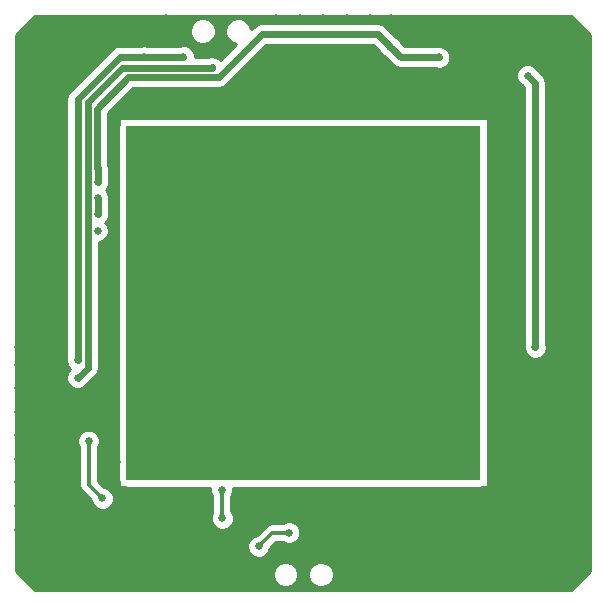
<source format=gbl>
G04 #@! TF.FileFunction,Copper,L2,Bot,Signal*
%FSLAX45Y45*%
G04 Gerber Fmt 4.5, Leading zero omitted, Abs format (unit mm)*
G04 Created by KiCad (PCBNEW (2015-08-30 BZR 6134, Git 4e94d52)-product) date 2015-09-02 06:32:25*
%MOMM*%
G01*
G04 APERTURE LIST*
%ADD10C,0.100000*%
%ADD11C,4.200000*%
%ADD12R,30.000000X30.000000*%
%ADD13C,0.650000*%
%ADD14C,0.850000*%
%ADD15C,0.604800*%
%ADD16C,0.600000*%
%ADD17C,0.300000*%
%ADD18C,0.900000*%
%ADD19C,0.254000*%
G04 APERTURE END LIST*
D10*
D11*
X10330000Y-14670000D03*
X10330000Y-10330000D03*
X14670000Y-10330000D03*
X14670000Y-14670000D03*
D12*
X12500000Y-12500000D03*
D13*
X13235000Y-10330000D03*
X13650000Y-10420000D03*
X14465000Y-12875000D03*
X14400000Y-10575000D03*
X10760000Y-11480000D03*
X10760000Y-11610000D03*
X10760000Y-11750001D03*
X10760000Y-11890000D03*
X13060000Y-10880000D03*
X11827628Y-10900417D03*
X11400000Y-14910000D03*
X11200000Y-14910000D03*
X10600000Y-14910000D03*
X10800000Y-14910000D03*
X11000000Y-14910000D03*
X11600000Y-14910000D03*
X11800000Y-14910000D03*
X12000000Y-14910000D03*
X14910000Y-12870000D03*
X14910000Y-13060000D03*
X14910000Y-13240000D03*
X14910000Y-13430000D03*
X14910000Y-13630000D03*
X14910000Y-13840000D03*
X14910000Y-14040000D03*
X14910000Y-14230000D03*
X14910000Y-14420000D03*
X14400000Y-14900000D03*
X14240000Y-14900000D03*
X13860000Y-14910000D03*
X13690000Y-14910000D03*
X13510000Y-14910000D03*
X13330000Y-14910000D03*
X13140000Y-14910000D03*
X11440000Y-14102259D03*
X11210000Y-14100000D03*
X10310000Y-14170000D03*
X10090000Y-12870000D03*
X10090000Y-13030000D03*
X10090000Y-13220000D03*
X10090000Y-13420000D03*
X10090000Y-13620000D03*
X10090000Y-13820000D03*
X10090000Y-14020000D03*
X10090000Y-14220000D03*
X10090000Y-14420000D03*
X13670000Y-10240000D03*
X13240000Y-10090000D03*
X13070000Y-10090000D03*
X12870000Y-10090000D03*
X12670000Y-10090000D03*
X12470000Y-10090000D03*
X12498499Y-10853606D03*
X11335000Y-10091088D03*
X12030000Y-14690000D03*
X12970000Y-14910000D03*
X12970000Y-14685000D03*
X14130000Y-11460000D03*
X14132826Y-11599191D03*
X14132826Y-11748556D03*
X14126264Y-11890415D03*
X12266098Y-10089068D03*
X11326833Y-10302258D03*
X11725000Y-10795000D03*
X12795000Y-10865000D03*
X10445000Y-13380000D03*
X14095000Y-13750000D03*
X14090000Y-14005000D03*
X13425000Y-10630000D03*
X13095000Y-10570000D03*
X13090000Y-10345000D03*
X12770000Y-10345000D03*
X12470000Y-10345000D03*
X12270000Y-10345000D03*
X11850000Y-10370000D03*
X10460000Y-12870000D03*
X10800000Y-14280000D03*
X11060000Y-14410000D03*
X11330000Y-14410000D03*
X11630000Y-14410000D03*
X11930000Y-14490000D03*
X13120000Y-14330000D03*
X13890000Y-14240000D03*
X13660000Y-14240000D03*
X13390000Y-14480000D03*
X13190000Y-14110000D03*
X13300000Y-14320000D03*
X14580000Y-12860000D03*
X14430000Y-13060000D03*
X14410000Y-13350000D03*
X14090000Y-13360000D03*
X10920000Y-13850000D03*
X10685000Y-13670000D03*
X10800001Y-14155000D03*
X12125000Y-14560000D03*
X12380000Y-14445000D03*
X10590000Y-13135000D03*
X11725000Y-10510000D03*
X10590000Y-12985000D03*
X11485000Y-10415000D03*
X11154038Y-10415000D03*
D14*
X12110000Y-11050000D03*
X12005331Y-11117243D03*
X12095132Y-11137767D03*
X12193851Y-11137039D03*
X12797417Y-11041567D03*
X12797417Y-11141422D03*
D15*
X12225709Y-12794091D03*
X12125709Y-12794091D03*
X12525709Y-12794091D03*
X12425709Y-12794091D03*
X12325709Y-12794091D03*
X12025709Y-12894091D03*
X12225709Y-13294091D03*
X12025709Y-13194091D03*
X12025709Y-13294091D03*
X12125709Y-13294091D03*
X12425709Y-13294091D03*
X12325709Y-13294091D03*
X12025709Y-13094091D03*
X12025709Y-12994091D03*
X12525709Y-13294091D03*
X12525709Y-13094091D03*
X12525709Y-13194091D03*
X12525709Y-12994091D03*
X12525709Y-12894091D03*
X12225709Y-12894091D03*
X12125709Y-12894091D03*
X12125709Y-13194091D03*
X12225709Y-13194091D03*
X12425709Y-13194091D03*
X12325709Y-13194091D03*
X12425709Y-13094091D03*
X12325709Y-13094091D03*
X12325709Y-12994091D03*
X12425709Y-12994091D03*
X12225709Y-13094091D03*
X12125709Y-13094091D03*
X12125709Y-12994091D03*
X12225709Y-12994091D03*
X12325709Y-12894091D03*
X12425709Y-12894091D03*
X12025709Y-12794091D03*
X12755709Y-11944091D03*
X12655709Y-11944091D03*
X12555709Y-11944091D03*
X12455709Y-11944091D03*
X12355709Y-11944091D03*
X12255709Y-11944091D03*
X12755709Y-11844091D03*
X12655709Y-11844091D03*
X12555709Y-11844091D03*
X12455709Y-11844091D03*
X12355709Y-11844091D03*
X12255709Y-11844091D03*
X12755709Y-11744091D03*
X12655709Y-11744091D03*
X12555709Y-11744091D03*
X12455709Y-11744091D03*
X12355709Y-11744091D03*
X12255709Y-11744091D03*
X12755709Y-11644091D03*
X12655709Y-11644091D03*
X12555709Y-11644091D03*
X12455709Y-11644091D03*
X12355709Y-11644091D03*
X12255709Y-11644091D03*
X12755709Y-11544091D03*
X12655709Y-11544091D03*
X12555709Y-11544091D03*
X12455709Y-11544091D03*
X12355709Y-11544091D03*
X12255709Y-11544091D03*
X12755709Y-11444091D03*
X12655709Y-11444091D03*
X12555709Y-11444091D03*
X12455709Y-11444091D03*
X12355709Y-11444091D03*
X12255709Y-11444091D03*
D14*
X12897417Y-11242733D03*
X12436978Y-12487974D03*
X12436978Y-12387974D03*
X12547784Y-12487000D03*
X12547784Y-12387000D03*
X12547784Y-12287000D03*
X12436978Y-12287974D03*
X12797417Y-11242733D03*
X12697417Y-11242733D03*
X12597417Y-11242733D03*
X12497417Y-11242733D03*
X12397417Y-11242733D03*
X12297417Y-11242733D03*
X12197417Y-11242733D03*
X12097417Y-11242733D03*
X12322784Y-13932000D03*
X12322784Y-13832000D03*
X12322784Y-13732000D03*
X12211978Y-13932974D03*
X12211978Y-13832974D03*
X12211978Y-13732974D03*
X12211978Y-13632974D03*
X12322784Y-13632000D03*
X11828052Y-13510375D03*
X11828052Y-13410375D03*
X11828052Y-13310375D03*
X11828052Y-13210375D03*
X11828052Y-13110375D03*
X11828052Y-13010375D03*
X11828052Y-12910375D03*
X11828052Y-12810375D03*
X11828052Y-12710375D03*
X12728052Y-13510375D03*
X12728052Y-13410375D03*
X12728052Y-13310375D03*
X12728052Y-13210375D03*
X12728052Y-13110375D03*
X12728052Y-13010375D03*
X12728052Y-12910375D03*
X12728052Y-12810375D03*
X12728052Y-12710375D03*
X12728052Y-12610375D03*
X12628052Y-12610375D03*
X12528052Y-12610375D03*
X12428052Y-12610375D03*
X12328052Y-12610375D03*
X12228052Y-12610375D03*
X12128052Y-12610375D03*
X12028052Y-12610375D03*
X11928052Y-12610375D03*
X13756389Y-13745813D03*
X13758771Y-13493948D03*
X13758771Y-13619606D03*
X13919919Y-13494926D03*
X13925094Y-13749913D03*
X12900000Y-12440000D03*
X13030000Y-12440000D03*
X13020000Y-12310000D03*
X12890000Y-12320000D03*
X11980000Y-12320000D03*
X11990000Y-12420000D03*
X12110000Y-12420000D03*
X12110000Y-12310000D03*
D13*
X11810000Y-14085000D03*
X11815000Y-14325000D03*
D16*
X13650000Y-10420000D02*
X13325000Y-10420000D01*
X13325000Y-10420000D02*
X13235000Y-10330000D01*
X14465000Y-10640000D02*
X14400000Y-10575000D01*
X14465000Y-12875000D02*
X14465000Y-10640000D01*
X10755000Y-11362229D02*
X10755000Y-11350000D01*
X10755000Y-11350000D02*
X10760000Y-11355000D01*
X10760000Y-11355000D02*
X10760000Y-11434038D01*
X10760000Y-11434038D02*
X10760000Y-11480000D01*
X10760000Y-11610000D02*
X10760000Y-11750001D01*
X12147795Y-10227260D02*
X13132260Y-10227260D01*
X11785055Y-10590000D02*
X12147795Y-10227260D01*
X11020000Y-10590000D02*
X11785055Y-10590000D01*
X13132260Y-10227260D02*
X13235000Y-10330000D01*
X10755000Y-10855000D02*
X11020000Y-10590000D01*
X10755000Y-11350000D02*
X10755000Y-10855000D01*
D17*
X11600000Y-14910000D02*
X11400000Y-14910000D01*
X11200000Y-14910000D02*
X11200000Y-14910000D01*
X11000000Y-14910000D02*
X11200000Y-14910000D01*
X10800000Y-14910000D02*
X10600000Y-14910000D01*
X12000000Y-14910000D02*
X11800000Y-14910000D01*
X14910000Y-13060000D02*
X14910000Y-12870000D01*
X14910000Y-13430000D02*
X14910000Y-13240000D01*
X14910000Y-13840000D02*
X14910000Y-13630000D01*
X14910000Y-14230000D02*
X14910000Y-14040000D01*
X14670000Y-14670000D02*
X14910000Y-14430000D01*
X14910000Y-14430000D02*
X14910000Y-14420000D01*
X14240000Y-14900000D02*
X14400000Y-14900000D01*
X13690000Y-14910000D02*
X13860000Y-14910000D01*
X13330000Y-14910000D02*
X13510000Y-14910000D01*
X12970000Y-14910000D02*
X13140000Y-14910000D01*
X10090000Y-13220000D02*
X10090000Y-13030000D01*
X10090000Y-13620000D02*
X10090000Y-13420000D01*
X10090000Y-14020000D02*
X10090000Y-13820000D01*
X10090000Y-14420000D02*
X10090000Y-14220000D01*
X13285962Y-10090000D02*
X13520000Y-10090000D01*
X13520000Y-10090000D02*
X13670000Y-10240000D01*
X13240000Y-10090000D02*
X13285962Y-10090000D01*
X12870000Y-10090000D02*
X13070000Y-10090000D01*
X12470000Y-10090000D02*
X12670000Y-10090000D01*
X14130000Y-11460000D02*
X14130000Y-11455000D01*
D16*
X14095000Y-14000000D02*
X14090000Y-14005000D01*
X14095000Y-13750000D02*
X14095000Y-14000000D01*
X13155000Y-10630000D02*
X13095000Y-10570000D01*
X13425000Y-10630000D02*
X13155000Y-10630000D01*
X13095000Y-10350000D02*
X13090000Y-10345000D01*
X13095000Y-10570000D02*
X13095000Y-10350000D01*
X12770000Y-10345000D02*
X12470000Y-10345000D01*
X11850000Y-10270000D02*
X11810000Y-10230000D01*
X11850000Y-10370000D02*
X11850000Y-10270000D01*
D17*
X11060000Y-14410000D02*
X11330000Y-14410000D01*
X11630000Y-14410000D02*
X11710000Y-14490000D01*
X11710000Y-14490000D02*
X11930000Y-14490000D01*
X13890000Y-14240000D02*
X13660000Y-14240000D01*
X13390000Y-14310000D02*
X13190000Y-14110000D01*
X13390000Y-14480000D02*
X13390000Y-14310000D01*
X14580000Y-12905962D02*
X14505962Y-12980000D01*
X14580000Y-12860000D02*
X14580000Y-12905962D01*
X14505962Y-12984038D02*
X14430000Y-13060000D01*
X14505962Y-12980000D02*
X14505962Y-12984038D01*
X14100000Y-13350000D02*
X14090000Y-13360000D01*
X14410000Y-13350000D02*
X14100000Y-13350000D01*
X10685000Y-13715962D02*
X10685000Y-13670000D01*
X10685000Y-14039999D02*
X10685000Y-13715962D01*
X10800001Y-14155000D02*
X10685000Y-14039999D01*
X12380000Y-14445000D02*
X12240000Y-14445000D01*
X12240000Y-14445000D02*
X12125000Y-14560000D01*
D16*
X11730000Y-10505000D02*
X11725000Y-10510000D01*
X11725000Y-10510000D02*
X11730000Y-10505000D01*
X10965000Y-10510000D02*
X11725000Y-10510000D01*
X10675000Y-10800000D02*
X10965000Y-10510000D01*
X10675000Y-13050000D02*
X10675000Y-10800000D01*
X10590000Y-13135000D02*
X10675000Y-13050000D01*
X11439038Y-10415000D02*
X11485000Y-10415000D01*
X11185000Y-10415000D02*
X11439038Y-10415000D01*
X11185000Y-10415000D02*
X11154038Y-10415000D01*
X10950000Y-10415000D02*
X11154038Y-10415000D01*
X10590000Y-10775000D02*
X10950000Y-10415000D01*
X10590000Y-12985000D02*
X10590000Y-10775000D01*
D18*
X12547784Y-12487000D02*
X12513000Y-12487000D01*
X12513000Y-12487000D02*
X12500000Y-12500000D01*
X13758771Y-13619606D02*
X13619606Y-13619606D01*
X13619606Y-13619606D02*
X12500000Y-12500000D01*
X12890000Y-12320000D02*
X12500000Y-12500000D01*
X12710000Y-12500000D02*
X12890000Y-12320000D01*
X12500000Y-12500000D02*
X12710000Y-12500000D01*
X11980000Y-12410000D02*
X11980000Y-12320000D01*
X11990000Y-12420000D02*
X11980000Y-12410000D01*
X12110000Y-12310000D02*
X12110000Y-12420000D01*
D17*
X11810000Y-14085000D02*
X11810000Y-14320000D01*
X11810000Y-14320000D02*
X11815000Y-14325000D01*
D19*
G36*
X14931500Y-14771626D02*
X14771626Y-14931500D01*
X14561017Y-14931500D01*
X14561017Y-12855988D01*
X14558500Y-12849897D01*
X14558500Y-10640000D01*
X14551383Y-10604219D01*
X14531114Y-10573886D01*
X14483905Y-10526676D01*
X14481432Y-10520691D01*
X14454451Y-10493663D01*
X14419179Y-10479017D01*
X14380988Y-10478983D01*
X14345691Y-10493568D01*
X14318663Y-10520549D01*
X14304017Y-10555821D01*
X14303983Y-10594012D01*
X14318568Y-10629309D01*
X14345549Y-10656337D01*
X14351636Y-10658865D01*
X14371500Y-10678729D01*
X14371500Y-12849840D01*
X14369017Y-12855821D01*
X14368983Y-12894012D01*
X14383568Y-12929309D01*
X14410549Y-12956337D01*
X14445821Y-12970983D01*
X14484012Y-12971017D01*
X14519309Y-12956432D01*
X14546337Y-12929451D01*
X14560983Y-12894179D01*
X14561017Y-12855988D01*
X14561017Y-14931500D01*
X14064744Y-14931500D01*
X14064744Y-14000000D01*
X14064744Y-11000000D01*
X14062700Y-10989465D01*
X14062700Y-10950000D01*
X14061733Y-10945140D01*
X14058980Y-10941020D01*
X14054860Y-10938267D01*
X14050000Y-10937300D01*
X14010192Y-10937300D01*
X14000000Y-10935256D01*
X13746017Y-10935256D01*
X13746017Y-10400988D01*
X13731432Y-10365691D01*
X13704451Y-10338663D01*
X13669179Y-10324017D01*
X13630988Y-10323983D01*
X13624897Y-10326500D01*
X13363729Y-10326500D01*
X13318905Y-10281676D01*
X13316432Y-10275691D01*
X13289451Y-10248663D01*
X13283364Y-10246135D01*
X13198374Y-10161145D01*
X13168041Y-10140877D01*
X13132260Y-10133760D01*
X12147795Y-10133760D01*
X12112015Y-10140877D01*
X12081681Y-10161145D01*
X12058514Y-10184313D01*
X12058519Y-10178513D01*
X12042035Y-10138620D01*
X12011540Y-10108072D01*
X11971677Y-10091519D01*
X11928513Y-10091481D01*
X11888620Y-10107965D01*
X11858072Y-10138460D01*
X11841519Y-10178323D01*
X11841481Y-10221487D01*
X11857965Y-10261380D01*
X11888459Y-10291928D01*
X11928323Y-10308481D01*
X11934340Y-10308486D01*
X11799249Y-10443577D01*
X11796114Y-10438886D01*
X11765781Y-10418617D01*
X11758519Y-10417173D01*
X11758519Y-10178513D01*
X11742035Y-10138620D01*
X11711540Y-10108072D01*
X11671677Y-10091519D01*
X11628513Y-10091481D01*
X11588620Y-10107965D01*
X11558072Y-10138460D01*
X11541519Y-10178323D01*
X11541481Y-10221487D01*
X11557965Y-10261380D01*
X11588459Y-10291928D01*
X11628323Y-10308481D01*
X11671487Y-10308519D01*
X11711380Y-10292035D01*
X11741928Y-10261541D01*
X11758481Y-10221677D01*
X11758519Y-10178513D01*
X11758519Y-10417173D01*
X11745584Y-10414600D01*
X11744179Y-10414017D01*
X11742645Y-10414015D01*
X11730000Y-10411500D01*
X11717465Y-10413993D01*
X11705988Y-10413983D01*
X11699897Y-10416500D01*
X11580998Y-10416500D01*
X11581016Y-10395988D01*
X11566432Y-10360691D01*
X11539450Y-10333663D01*
X11504179Y-10319017D01*
X11465988Y-10318983D01*
X11459897Y-10321500D01*
X11439038Y-10321500D01*
X11185000Y-10321500D01*
X11179198Y-10321500D01*
X11173218Y-10319017D01*
X11135026Y-10318983D01*
X11128935Y-10321500D01*
X10950000Y-10321500D01*
X10914219Y-10328617D01*
X10883886Y-10348886D01*
X10523886Y-10708886D01*
X10503617Y-10739219D01*
X10496500Y-10775000D01*
X10496500Y-12959840D01*
X10494017Y-12965821D01*
X10493983Y-13004012D01*
X10508568Y-13039309D01*
X10529235Y-13060012D01*
X10508663Y-13080549D01*
X10494017Y-13115821D01*
X10493983Y-13154012D01*
X10508568Y-13189309D01*
X10535549Y-13216337D01*
X10570821Y-13230983D01*
X10609012Y-13231017D01*
X10644309Y-13216432D01*
X10671337Y-13189451D01*
X10673865Y-13183364D01*
X10741115Y-13116114D01*
X10761383Y-13085781D01*
X10761383Y-13085781D01*
X10762564Y-13079844D01*
X10768500Y-13050000D01*
X10768500Y-13050000D01*
X10768500Y-13049999D01*
X10768500Y-11986008D01*
X10779012Y-11986017D01*
X10814309Y-11971433D01*
X10841337Y-11944451D01*
X10855983Y-11909180D01*
X10856017Y-11870989D01*
X10841432Y-11835692D01*
X10825765Y-11819997D01*
X10841337Y-11804451D01*
X10855983Y-11769180D01*
X10856017Y-11730989D01*
X10853500Y-11724898D01*
X10853500Y-11635160D01*
X10855983Y-11629179D01*
X10856017Y-11590988D01*
X10841432Y-11555691D01*
X10830765Y-11545005D01*
X10841337Y-11534451D01*
X10855983Y-11499179D01*
X10856017Y-11460988D01*
X10853500Y-11454897D01*
X10853500Y-11434038D01*
X10853500Y-11355000D01*
X10848500Y-11329863D01*
X10848500Y-10893729D01*
X11058729Y-10683500D01*
X11785055Y-10683500D01*
X11820836Y-10676383D01*
X11851170Y-10656115D01*
X12186524Y-10320760D01*
X13093531Y-10320760D01*
X13151095Y-10378324D01*
X13153568Y-10384309D01*
X13180549Y-10411337D01*
X13186636Y-10413865D01*
X13258885Y-10486115D01*
X13289219Y-10506383D01*
X13325000Y-10513500D01*
X13624840Y-10513500D01*
X13630821Y-10515983D01*
X13669012Y-10516017D01*
X13704309Y-10501432D01*
X13731337Y-10474451D01*
X13745983Y-10439179D01*
X13746017Y-10400988D01*
X13746017Y-10935256D01*
X11000000Y-10935256D01*
X10989465Y-10937300D01*
X10950000Y-10937300D01*
X10945140Y-10938267D01*
X10941020Y-10941020D01*
X10938267Y-10945140D01*
X10937300Y-10950000D01*
X10937300Y-10989808D01*
X10935256Y-11000000D01*
X10935256Y-14000000D01*
X10937300Y-14010535D01*
X10937300Y-14050000D01*
X10938267Y-14054860D01*
X10941020Y-14058980D01*
X10945140Y-14061733D01*
X10950000Y-14062700D01*
X10989808Y-14062700D01*
X11000000Y-14064744D01*
X11714464Y-14064744D01*
X11714017Y-14065821D01*
X11713983Y-14104012D01*
X11728568Y-14139309D01*
X11731500Y-14142246D01*
X11731500Y-14275757D01*
X11719017Y-14305821D01*
X11718983Y-14344012D01*
X11733568Y-14379309D01*
X11760549Y-14406337D01*
X11795821Y-14420983D01*
X11834012Y-14421017D01*
X11869309Y-14406432D01*
X11896337Y-14379451D01*
X11910983Y-14344179D01*
X11911017Y-14305988D01*
X11896432Y-14270691D01*
X11888500Y-14262745D01*
X11888500Y-14142283D01*
X11891337Y-14139451D01*
X11905983Y-14104179D01*
X11906017Y-14065988D01*
X11905503Y-14064744D01*
X14000000Y-14064744D01*
X14010535Y-14062700D01*
X14050000Y-14062700D01*
X14054860Y-14061733D01*
X14058980Y-14058980D01*
X14061733Y-14054860D01*
X14062700Y-14050000D01*
X14062700Y-14010192D01*
X14064744Y-14000000D01*
X14064744Y-14931500D01*
X12758519Y-14931500D01*
X12758519Y-14778513D01*
X12742035Y-14738620D01*
X12711540Y-14708072D01*
X12671677Y-14691519D01*
X12628513Y-14691481D01*
X12588620Y-14707965D01*
X12558072Y-14738459D01*
X12541519Y-14778323D01*
X12541481Y-14821487D01*
X12557965Y-14861380D01*
X12588459Y-14891928D01*
X12628323Y-14908481D01*
X12671487Y-14908519D01*
X12711380Y-14892035D01*
X12741928Y-14861540D01*
X12758481Y-14821677D01*
X12758519Y-14778513D01*
X12758519Y-14931500D01*
X12476017Y-14931500D01*
X12476017Y-14425988D01*
X12461432Y-14390691D01*
X12434451Y-14363663D01*
X12399179Y-14349017D01*
X12360988Y-14348983D01*
X12325691Y-14363568D01*
X12322754Y-14366500D01*
X12240000Y-14366500D01*
X12240000Y-14366500D01*
X12209959Y-14372475D01*
X12184492Y-14389492D01*
X12109997Y-14463987D01*
X12105988Y-14463983D01*
X12070691Y-14478568D01*
X12043663Y-14505549D01*
X12029017Y-14540821D01*
X12028983Y-14579012D01*
X12043568Y-14614309D01*
X12070549Y-14641337D01*
X12105821Y-14655983D01*
X12144012Y-14656017D01*
X12179309Y-14641432D01*
X12206337Y-14614451D01*
X12220983Y-14579179D01*
X12220987Y-14575029D01*
X12272516Y-14523500D01*
X12322717Y-14523500D01*
X12325549Y-14526337D01*
X12360821Y-14540983D01*
X12399012Y-14541017D01*
X12434309Y-14526432D01*
X12461337Y-14499451D01*
X12475983Y-14464179D01*
X12476017Y-14425988D01*
X12476017Y-14931500D01*
X12458519Y-14931500D01*
X12458519Y-14778513D01*
X12442035Y-14738620D01*
X12411540Y-14708072D01*
X12371677Y-14691519D01*
X12328513Y-14691481D01*
X12288620Y-14707965D01*
X12258072Y-14738459D01*
X12241519Y-14778323D01*
X12241481Y-14821487D01*
X12257965Y-14861380D01*
X12288459Y-14891928D01*
X12328323Y-14908481D01*
X12371487Y-14908519D01*
X12411380Y-14892035D01*
X12441928Y-14861540D01*
X12458481Y-14821677D01*
X12458519Y-14778513D01*
X12458519Y-14931500D01*
X10896017Y-14931500D01*
X10896017Y-14135988D01*
X10881433Y-14100691D01*
X10854451Y-14073663D01*
X10819180Y-14059017D01*
X10815029Y-14059013D01*
X10763500Y-14007484D01*
X10763500Y-13727283D01*
X10766337Y-13724451D01*
X10780983Y-13689179D01*
X10781017Y-13650988D01*
X10766432Y-13615691D01*
X10739451Y-13588663D01*
X10704179Y-13574017D01*
X10665988Y-13573983D01*
X10630691Y-13588568D01*
X10603663Y-13615549D01*
X10589017Y-13650821D01*
X10588983Y-13689012D01*
X10603568Y-13724309D01*
X10606500Y-13727246D01*
X10606500Y-14039999D01*
X10612476Y-14070040D01*
X10629492Y-14095507D01*
X10703987Y-14170003D01*
X10703984Y-14174012D01*
X10718568Y-14209309D01*
X10745550Y-14236337D01*
X10780821Y-14250983D01*
X10819012Y-14251017D01*
X10854309Y-14236432D01*
X10881338Y-14209451D01*
X10895984Y-14174179D01*
X10896017Y-14135988D01*
X10896017Y-14931500D01*
X10228374Y-14931500D01*
X10068500Y-14771626D01*
X10068500Y-10228374D01*
X10228374Y-10068500D01*
X14771626Y-10068500D01*
X14931500Y-10228374D01*
X14931500Y-14771626D01*
X14931500Y-14771626D01*
G37*
X14931500Y-14771626D02*
X14771626Y-14931500D01*
X14561017Y-14931500D01*
X14561017Y-12855988D01*
X14558500Y-12849897D01*
X14558500Y-10640000D01*
X14551383Y-10604219D01*
X14531114Y-10573886D01*
X14483905Y-10526676D01*
X14481432Y-10520691D01*
X14454451Y-10493663D01*
X14419179Y-10479017D01*
X14380988Y-10478983D01*
X14345691Y-10493568D01*
X14318663Y-10520549D01*
X14304017Y-10555821D01*
X14303983Y-10594012D01*
X14318568Y-10629309D01*
X14345549Y-10656337D01*
X14351636Y-10658865D01*
X14371500Y-10678729D01*
X14371500Y-12849840D01*
X14369017Y-12855821D01*
X14368983Y-12894012D01*
X14383568Y-12929309D01*
X14410549Y-12956337D01*
X14445821Y-12970983D01*
X14484012Y-12971017D01*
X14519309Y-12956432D01*
X14546337Y-12929451D01*
X14560983Y-12894179D01*
X14561017Y-12855988D01*
X14561017Y-14931500D01*
X14064744Y-14931500D01*
X14064744Y-14000000D01*
X14064744Y-11000000D01*
X14062700Y-10989465D01*
X14062700Y-10950000D01*
X14061733Y-10945140D01*
X14058980Y-10941020D01*
X14054860Y-10938267D01*
X14050000Y-10937300D01*
X14010192Y-10937300D01*
X14000000Y-10935256D01*
X13746017Y-10935256D01*
X13746017Y-10400988D01*
X13731432Y-10365691D01*
X13704451Y-10338663D01*
X13669179Y-10324017D01*
X13630988Y-10323983D01*
X13624897Y-10326500D01*
X13363729Y-10326500D01*
X13318905Y-10281676D01*
X13316432Y-10275691D01*
X13289451Y-10248663D01*
X13283364Y-10246135D01*
X13198374Y-10161145D01*
X13168041Y-10140877D01*
X13132260Y-10133760D01*
X12147795Y-10133760D01*
X12112015Y-10140877D01*
X12081681Y-10161145D01*
X12058514Y-10184313D01*
X12058519Y-10178513D01*
X12042035Y-10138620D01*
X12011540Y-10108072D01*
X11971677Y-10091519D01*
X11928513Y-10091481D01*
X11888620Y-10107965D01*
X11858072Y-10138460D01*
X11841519Y-10178323D01*
X11841481Y-10221487D01*
X11857965Y-10261380D01*
X11888459Y-10291928D01*
X11928323Y-10308481D01*
X11934340Y-10308486D01*
X11799249Y-10443577D01*
X11796114Y-10438886D01*
X11765781Y-10418617D01*
X11758519Y-10417173D01*
X11758519Y-10178513D01*
X11742035Y-10138620D01*
X11711540Y-10108072D01*
X11671677Y-10091519D01*
X11628513Y-10091481D01*
X11588620Y-10107965D01*
X11558072Y-10138460D01*
X11541519Y-10178323D01*
X11541481Y-10221487D01*
X11557965Y-10261380D01*
X11588459Y-10291928D01*
X11628323Y-10308481D01*
X11671487Y-10308519D01*
X11711380Y-10292035D01*
X11741928Y-10261541D01*
X11758481Y-10221677D01*
X11758519Y-10178513D01*
X11758519Y-10417173D01*
X11745584Y-10414600D01*
X11744179Y-10414017D01*
X11742645Y-10414015D01*
X11730000Y-10411500D01*
X11717465Y-10413993D01*
X11705988Y-10413983D01*
X11699897Y-10416500D01*
X11580998Y-10416500D01*
X11581016Y-10395988D01*
X11566432Y-10360691D01*
X11539450Y-10333663D01*
X11504179Y-10319017D01*
X11465988Y-10318983D01*
X11459897Y-10321500D01*
X11439038Y-10321500D01*
X11185000Y-10321500D01*
X11179198Y-10321500D01*
X11173218Y-10319017D01*
X11135026Y-10318983D01*
X11128935Y-10321500D01*
X10950000Y-10321500D01*
X10914219Y-10328617D01*
X10883886Y-10348886D01*
X10523886Y-10708886D01*
X10503617Y-10739219D01*
X10496500Y-10775000D01*
X10496500Y-12959840D01*
X10494017Y-12965821D01*
X10493983Y-13004012D01*
X10508568Y-13039309D01*
X10529235Y-13060012D01*
X10508663Y-13080549D01*
X10494017Y-13115821D01*
X10493983Y-13154012D01*
X10508568Y-13189309D01*
X10535549Y-13216337D01*
X10570821Y-13230983D01*
X10609012Y-13231017D01*
X10644309Y-13216432D01*
X10671337Y-13189451D01*
X10673865Y-13183364D01*
X10741115Y-13116114D01*
X10761383Y-13085781D01*
X10761383Y-13085781D01*
X10762564Y-13079844D01*
X10768500Y-13050000D01*
X10768500Y-13050000D01*
X10768500Y-13049999D01*
X10768500Y-11986008D01*
X10779012Y-11986017D01*
X10814309Y-11971433D01*
X10841337Y-11944451D01*
X10855983Y-11909180D01*
X10856017Y-11870989D01*
X10841432Y-11835692D01*
X10825765Y-11819997D01*
X10841337Y-11804451D01*
X10855983Y-11769180D01*
X10856017Y-11730989D01*
X10853500Y-11724898D01*
X10853500Y-11635160D01*
X10855983Y-11629179D01*
X10856017Y-11590988D01*
X10841432Y-11555691D01*
X10830765Y-11545005D01*
X10841337Y-11534451D01*
X10855983Y-11499179D01*
X10856017Y-11460988D01*
X10853500Y-11454897D01*
X10853500Y-11434038D01*
X10853500Y-11355000D01*
X10848500Y-11329863D01*
X10848500Y-10893729D01*
X11058729Y-10683500D01*
X11785055Y-10683500D01*
X11820836Y-10676383D01*
X11851170Y-10656115D01*
X12186524Y-10320760D01*
X13093531Y-10320760D01*
X13151095Y-10378324D01*
X13153568Y-10384309D01*
X13180549Y-10411337D01*
X13186636Y-10413865D01*
X13258885Y-10486115D01*
X13289219Y-10506383D01*
X13325000Y-10513500D01*
X13624840Y-10513500D01*
X13630821Y-10515983D01*
X13669012Y-10516017D01*
X13704309Y-10501432D01*
X13731337Y-10474451D01*
X13745983Y-10439179D01*
X13746017Y-10400988D01*
X13746017Y-10935256D01*
X11000000Y-10935256D01*
X10989465Y-10937300D01*
X10950000Y-10937300D01*
X10945140Y-10938267D01*
X10941020Y-10941020D01*
X10938267Y-10945140D01*
X10937300Y-10950000D01*
X10937300Y-10989808D01*
X10935256Y-11000000D01*
X10935256Y-14000000D01*
X10937300Y-14010535D01*
X10937300Y-14050000D01*
X10938267Y-14054860D01*
X10941020Y-14058980D01*
X10945140Y-14061733D01*
X10950000Y-14062700D01*
X10989808Y-14062700D01*
X11000000Y-14064744D01*
X11714464Y-14064744D01*
X11714017Y-14065821D01*
X11713983Y-14104012D01*
X11728568Y-14139309D01*
X11731500Y-14142246D01*
X11731500Y-14275757D01*
X11719017Y-14305821D01*
X11718983Y-14344012D01*
X11733568Y-14379309D01*
X11760549Y-14406337D01*
X11795821Y-14420983D01*
X11834012Y-14421017D01*
X11869309Y-14406432D01*
X11896337Y-14379451D01*
X11910983Y-14344179D01*
X11911017Y-14305988D01*
X11896432Y-14270691D01*
X11888500Y-14262745D01*
X11888500Y-14142283D01*
X11891337Y-14139451D01*
X11905983Y-14104179D01*
X11906017Y-14065988D01*
X11905503Y-14064744D01*
X14000000Y-14064744D01*
X14010535Y-14062700D01*
X14050000Y-14062700D01*
X14054860Y-14061733D01*
X14058980Y-14058980D01*
X14061733Y-14054860D01*
X14062700Y-14050000D01*
X14062700Y-14010192D01*
X14064744Y-14000000D01*
X14064744Y-14931500D01*
X12758519Y-14931500D01*
X12758519Y-14778513D01*
X12742035Y-14738620D01*
X12711540Y-14708072D01*
X12671677Y-14691519D01*
X12628513Y-14691481D01*
X12588620Y-14707965D01*
X12558072Y-14738459D01*
X12541519Y-14778323D01*
X12541481Y-14821487D01*
X12557965Y-14861380D01*
X12588459Y-14891928D01*
X12628323Y-14908481D01*
X12671487Y-14908519D01*
X12711380Y-14892035D01*
X12741928Y-14861540D01*
X12758481Y-14821677D01*
X12758519Y-14778513D01*
X12758519Y-14931500D01*
X12476017Y-14931500D01*
X12476017Y-14425988D01*
X12461432Y-14390691D01*
X12434451Y-14363663D01*
X12399179Y-14349017D01*
X12360988Y-14348983D01*
X12325691Y-14363568D01*
X12322754Y-14366500D01*
X12240000Y-14366500D01*
X12240000Y-14366500D01*
X12209959Y-14372475D01*
X12184492Y-14389492D01*
X12109997Y-14463987D01*
X12105988Y-14463983D01*
X12070691Y-14478568D01*
X12043663Y-14505549D01*
X12029017Y-14540821D01*
X12028983Y-14579012D01*
X12043568Y-14614309D01*
X12070549Y-14641337D01*
X12105821Y-14655983D01*
X12144012Y-14656017D01*
X12179309Y-14641432D01*
X12206337Y-14614451D01*
X12220983Y-14579179D01*
X12220987Y-14575029D01*
X12272516Y-14523500D01*
X12322717Y-14523500D01*
X12325549Y-14526337D01*
X12360821Y-14540983D01*
X12399012Y-14541017D01*
X12434309Y-14526432D01*
X12461337Y-14499451D01*
X12475983Y-14464179D01*
X12476017Y-14425988D01*
X12476017Y-14931500D01*
X12458519Y-14931500D01*
X12458519Y-14778513D01*
X12442035Y-14738620D01*
X12411540Y-14708072D01*
X12371677Y-14691519D01*
X12328513Y-14691481D01*
X12288620Y-14707965D01*
X12258072Y-14738459D01*
X12241519Y-14778323D01*
X12241481Y-14821487D01*
X12257965Y-14861380D01*
X12288459Y-14891928D01*
X12328323Y-14908481D01*
X12371487Y-14908519D01*
X12411380Y-14892035D01*
X12441928Y-14861540D01*
X12458481Y-14821677D01*
X12458519Y-14778513D01*
X12458519Y-14931500D01*
X10896017Y-14931500D01*
X10896017Y-14135988D01*
X10881433Y-14100691D01*
X10854451Y-14073663D01*
X10819180Y-14059017D01*
X10815029Y-14059013D01*
X10763500Y-14007484D01*
X10763500Y-13727283D01*
X10766337Y-13724451D01*
X10780983Y-13689179D01*
X10781017Y-13650988D01*
X10766432Y-13615691D01*
X10739451Y-13588663D01*
X10704179Y-13574017D01*
X10665988Y-13573983D01*
X10630691Y-13588568D01*
X10603663Y-13615549D01*
X10589017Y-13650821D01*
X10588983Y-13689012D01*
X10603568Y-13724309D01*
X10606500Y-13727246D01*
X10606500Y-14039999D01*
X10612476Y-14070040D01*
X10629492Y-14095507D01*
X10703987Y-14170003D01*
X10703984Y-14174012D01*
X10718568Y-14209309D01*
X10745550Y-14236337D01*
X10780821Y-14250983D01*
X10819012Y-14251017D01*
X10854309Y-14236432D01*
X10881338Y-14209451D01*
X10895984Y-14174179D01*
X10896017Y-14135988D01*
X10896017Y-14931500D01*
X10228374Y-14931500D01*
X10068500Y-14771626D01*
X10068500Y-10228374D01*
X10228374Y-10068500D01*
X14771626Y-10068500D01*
X14931500Y-10228374D01*
X14931500Y-14771626D01*
M02*

</source>
